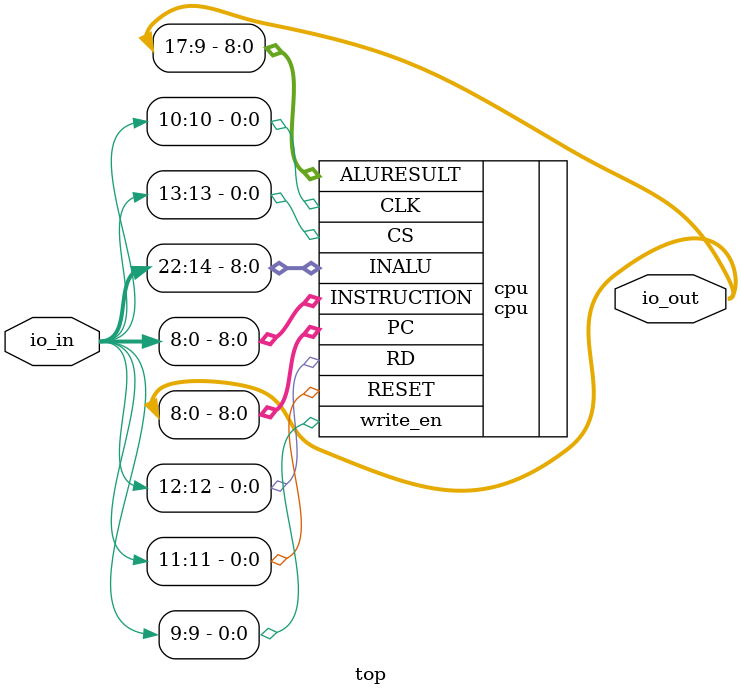
<source format=v>
module top (
	input [22:0] io_in,
	output [17:0] io_out
);
	
	cpu cpu(.INSTRUCTION(io_in[8:0]), .write_en(io_in[9]), .CLK(io_in[10]), 
					.RESET(io_in[11]), .RD(io_in[12]), .CS(io_in[13]), .INALU(io_in[22:14]),
					.PC(io_out[8:0]), .ALURESULT(io_out[17:9])
				 );
	
endmodule

</source>
